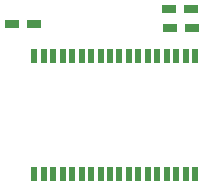
<source format=gbp>
G04 #@! TF.FileFunction,Paste,Bot*
%FSLAX46Y46*%
G04 Gerber Fmt 4.6, Leading zero omitted, Abs format (unit mm)*
G04 Created by KiCad (PCBNEW 4.0.7) date 01/09/18 02:40:13*
%MOMM*%
%LPD*%
G01*
G04 APERTURE LIST*
%ADD10C,0.100000*%
%ADD11R,0.600000X1.250000*%
%ADD12R,1.200000X0.750000*%
G04 APERTURE END LIST*
D10*
D11*
X179400000Y-89100000D03*
X182600000Y-89100000D03*
X183400000Y-89100000D03*
X185800000Y-89100000D03*
X187400000Y-89100000D03*
X188200000Y-89100000D03*
X189000000Y-89100000D03*
X180200000Y-89100000D03*
X181800000Y-89100000D03*
X181000000Y-89100000D03*
X177800000Y-89100000D03*
X185000000Y-89100000D03*
X186600000Y-89100000D03*
X189800000Y-89100000D03*
X190600000Y-89100000D03*
X177000000Y-89100000D03*
X178600000Y-89100000D03*
X184200000Y-89100000D03*
X177000000Y-79100000D03*
X177800000Y-79100000D03*
X178600000Y-79100000D03*
X179400000Y-79100000D03*
X180200000Y-79100000D03*
X181000000Y-79100000D03*
X181800000Y-79100000D03*
X182600000Y-79100000D03*
X183400000Y-79100000D03*
X184200000Y-79100000D03*
X185000000Y-79100000D03*
X185800000Y-79100000D03*
X186600000Y-79100000D03*
X187400000Y-79100000D03*
X188200000Y-79100000D03*
X189000000Y-79100000D03*
X189800000Y-79100000D03*
X190600000Y-79100000D03*
D12*
X188450000Y-76700000D03*
X190350000Y-76700000D03*
X177000000Y-76400000D03*
X175100000Y-76400000D03*
X188400000Y-75100000D03*
X190300000Y-75100000D03*
M02*

</source>
